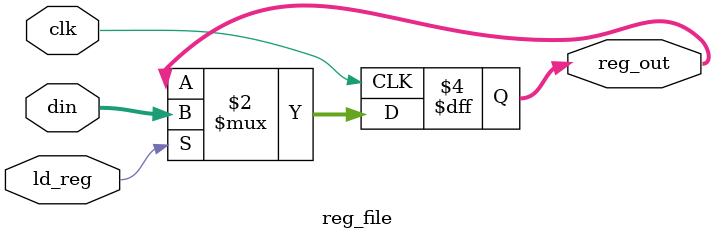
<source format=v>
`timescale 1ns / 1ps


module reg_file(
    input wire clk,
    input wire ld_reg,
    input wire [31:0] din,
    output reg [31:0] reg_out
    );
    
    
    always @ (posedge clk) begin
        if(ld_reg) begin
            reg_out <= din;
        end
    end

endmodule

</source>
